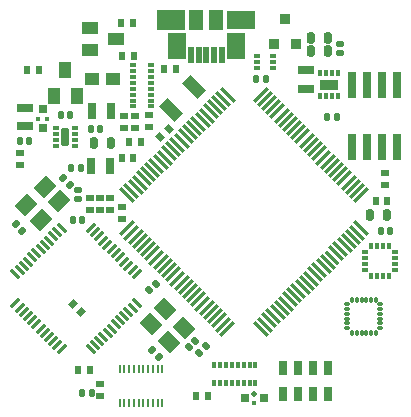
<source format=gtp>
G04 Layer_Color=8421504*
%FSLAX42Y42*%
%MOMM*%
G71*
G01*
G75*
%ADD69R,0.46X0.46*%
%ADD114R,0.56X0.66*%
%ADD115R,0.66X0.56*%
G04:AMPARAMS|DCode=116|XSize=0.56mm|YSize=0.66mm|CornerRadius=0mm|HoleSize=0mm|Usage=FLASHONLY|Rotation=225.000|XOffset=0mm|YOffset=0mm|HoleType=Round|Shape=Rectangle|*
%AMROTATEDRECTD116*
4,1,4,-0.04,0.43,0.43,-0.04,0.04,-0.43,-0.43,0.04,-0.04,0.43,0.0*
%
%ADD116ROTATEDRECTD116*%

%ADD117R,0.25X0.76*%
%ADD118R,0.36X0.56*%
%ADD119R,1.65X0.97*%
%ADD120R,0.66X0.66*%
G04:AMPARAMS|DCode=121|XSize=0.46mm|YSize=0.46mm|CornerRadius=0.13mm|HoleSize=0mm|Usage=FLASHONLY|Rotation=0.000|XOffset=0mm|YOffset=0mm|HoleType=Round|Shape=RoundedRectangle|*
%AMROUNDEDRECTD121*
21,1,0.46,0.20,0,0,0.0*
21,1,0.20,0.46,0,0,0.0*
1,1,0.25,0.10,-0.10*
1,1,0.25,-0.10,-0.10*
1,1,0.25,-0.10,0.10*
1,1,0.25,0.10,0.10*
%
%ADD121ROUNDEDRECTD121*%
%ADD122R,0.46X0.46*%
%ADD123R,0.66X0.66*%
G04:AMPARAMS|DCode=124|XSize=1.07mm|YSize=1.85mm|CornerRadius=0mm|HoleSize=0mm|Usage=FLASHONLY|Rotation=45.000|XOffset=0mm|YOffset=0mm|HoleType=Round|Shape=Rectangle|*
%AMROTATEDRECTD124*
4,1,4,0.28,-1.03,-1.03,0.28,-0.28,1.03,1.03,-0.28,0.28,-1.03,0.0*
%
%ADD124ROTATEDRECTD124*%

%ADD125R,0.86X0.97*%
G04:AMPARAMS|DCode=126|XSize=0.66mm|YSize=0.97mm|CornerRadius=0.18mm|HoleSize=0mm|Usage=FLASHONLY|Rotation=180.000|XOffset=0mm|YOffset=0mm|HoleType=Round|Shape=RoundedRectangle|*
%AMROUNDEDRECTD126*
21,1,0.66,0.61,0,0,180.0*
21,1,0.30,0.97,0,0,180.0*
1,1,0.36,-0.15,0.30*
1,1,0.36,0.15,0.30*
1,1,0.36,0.15,-0.30*
1,1,0.36,-0.15,-0.30*
%
%ADD126ROUNDEDRECTD126*%
G04:AMPARAMS|DCode=127|XSize=0.76mm|YSize=1.37mm|CornerRadius=0.2mm|HoleSize=0mm|Usage=FLASHONLY|Rotation=90.000|XOffset=0mm|YOffset=0mm|HoleType=Round|Shape=RoundedRectangle|*
%AMROUNDEDRECTD127*
21,1,0.76,0.97,0,0,90.0*
21,1,0.36,1.37,0,0,90.0*
1,1,0.41,0.48,0.18*
1,1,0.41,0.48,-0.18*
1,1,0.41,-0.48,-0.18*
1,1,0.41,-0.48,0.18*
%
%ADD127ROUNDEDRECTD127*%
G04:AMPARAMS|DCode=128|XSize=0.56mm|YSize=0.66mm|CornerRadius=0.15mm|HoleSize=0mm|Usage=FLASHONLY|Rotation=90.000|XOffset=0mm|YOffset=0mm|HoleType=Round|Shape=RoundedRectangle|*
%AMROUNDEDRECTD128*
21,1,0.56,0.36,0,0,90.0*
21,1,0.25,0.66,0,0,90.0*
1,1,0.30,0.18,0.13*
1,1,0.30,0.18,-0.13*
1,1,0.30,-0.18,-0.13*
1,1,0.30,-0.18,0.13*
%
%ADD128ROUNDEDRECTD128*%
G04:AMPARAMS|DCode=129|XSize=0.56mm|YSize=0.66mm|CornerRadius=0.15mm|HoleSize=0mm|Usage=FLASHONLY|Rotation=0.000|XOffset=0mm|YOffset=0mm|HoleType=Round|Shape=RoundedRectangle|*
%AMROUNDEDRECTD129*
21,1,0.56,0.36,0,0,0.0*
21,1,0.25,0.66,0,0,0.0*
1,1,0.30,0.13,-0.18*
1,1,0.30,-0.13,-0.18*
1,1,0.30,-0.13,0.18*
1,1,0.30,0.13,0.18*
%
%ADD129ROUNDEDRECTD129*%
%ADD130R,0.51X0.36*%
%ADD131R,0.36X0.51*%
%ADD132R,0.43X0.56*%
%ADD133R,0.30X0.56*%
%ADD134R,1.47X1.07*%
%ADD135R,0.56X0.43*%
%ADD136R,0.56X0.30*%
%ADD137R,1.07X1.47*%
%ADD138R,1.17X1.07*%
G04:AMPARAMS|DCode=139|XSize=0.76mm|YSize=1.37mm|CornerRadius=0.2mm|HoleSize=0mm|Usage=FLASHONLY|Rotation=0.000|XOffset=0mm|YOffset=0mm|HoleType=Round|Shape=RoundedRectangle|*
%AMROUNDEDRECTD139*
21,1,0.76,0.97,0,0,0.0*
21,1,0.36,1.37,0,0,0.0*
1,1,0.41,0.18,-0.48*
1,1,0.41,-0.18,-0.48*
1,1,0.41,-0.18,0.48*
1,1,0.41,0.18,0.48*
%
%ADD139ROUNDEDRECTD139*%
%ADD140R,0.56X0.36*%
G04:AMPARAMS|DCode=141|XSize=0.56mm|YSize=0.36mm|CornerRadius=0.09mm|HoleSize=0mm|Usage=FLASHONLY|Rotation=0.000|XOffset=0mm|YOffset=0mm|HoleType=Round|Shape=RoundedRectangle|*
%AMROUNDEDRECTD141*
21,1,0.56,0.18,0,0,0.0*
21,1,0.39,0.36,0,0,0.0*
1,1,0.17,0.19,-0.09*
1,1,0.17,-0.19,-0.09*
1,1,0.17,-0.19,0.09*
1,1,0.17,0.19,0.09*
%
%ADD141ROUNDEDRECTD141*%
G04:AMPARAMS|DCode=142|XSize=0.76mm|YSize=1.47mm|CornerRadius=0.17mm|HoleSize=0mm|Usage=FLASHONLY|Rotation=0.000|XOffset=0mm|YOffset=0mm|HoleType=Round|Shape=RoundedRectangle|*
%AMROUNDEDRECTD142*
21,1,0.76,1.14,0,0,0.0*
21,1,0.43,1.47,0,0,0.0*
1,1,0.34,0.21,-0.57*
1,1,0.34,-0.21,-0.57*
1,1,0.34,-0.21,0.57*
1,1,0.34,0.21,0.57*
%
%ADD142ROUNDEDRECTD142*%
%ADD143R,0.51X0.36*%
%ADD144R,0.66X2.26*%
G04:AMPARAMS|DCode=145|XSize=0.36mm|YSize=1.57mm|CornerRadius=0mm|HoleSize=0mm|Usage=FLASHONLY|Rotation=45.000|XOffset=0mm|YOffset=0mm|HoleType=Round|Shape=Rectangle|*
%AMROTATEDRECTD145*
4,1,4,0.43,-0.68,-0.68,0.43,-0.43,0.68,0.68,-0.43,0.43,-0.68,0.0*
%
%ADD145ROTATEDRECTD145*%

G04:AMPARAMS|DCode=146|XSize=1.57mm|YSize=0.36mm|CornerRadius=0mm|HoleSize=0mm|Usage=FLASHONLY|Rotation=45.000|XOffset=0mm|YOffset=0mm|HoleType=Round|Shape=Rectangle|*
%AMROTATEDRECTD146*
4,1,4,-0.43,-0.68,-0.68,-0.43,0.43,0.68,0.68,0.43,-0.43,-0.68,0.0*
%
%ADD146ROTATEDRECTD146*%

G04:AMPARAMS|DCode=147|XSize=0.36mm|YSize=1.55mm|CornerRadius=0mm|HoleSize=0mm|Usage=FLASHONLY|Rotation=45.000|XOffset=0mm|YOffset=0mm|HoleType=Round|Shape=Rectangle|*
%AMROTATEDRECTD147*
4,1,4,0.42,-0.67,-0.67,0.42,-0.42,0.67,0.67,-0.42,0.42,-0.67,0.0*
%
%ADD147ROTATEDRECTD147*%

%ADD148R,0.51X1.35*%
%ADD149R,1.55X2.16*%
%ADD150R,2.44X1.65*%
%ADD151R,2.44X1.66*%
%ADD152R,1.24X1.66*%
G04:AMPARAMS|DCode=153|XSize=0.56mm|YSize=0.66mm|CornerRadius=0.15mm|HoleSize=0mm|Usage=FLASHONLY|Rotation=315.000|XOffset=0mm|YOffset=0mm|HoleType=Round|Shape=RoundedRectangle|*
%AMROUNDEDRECTD153*
21,1,0.56,0.36,0,0,315.0*
21,1,0.25,0.66,0,0,315.0*
1,1,0.30,-0.04,-0.22*
1,1,0.30,-0.22,-0.04*
1,1,0.30,0.04,0.22*
1,1,0.30,0.22,0.04*
%
%ADD153ROUNDEDRECTD153*%
G04:AMPARAMS|DCode=154|XSize=1.47mm|YSize=1.27mm|CornerRadius=0mm|HoleSize=0mm|Usage=FLASHONLY|Rotation=45.000|XOffset=0mm|YOffset=0mm|HoleType=Round|Shape=Rectangle|*
%AMROTATEDRECTD154*
4,1,4,-0.07,-0.97,-0.97,-0.07,0.07,0.97,0.97,0.07,-0.07,-0.97,0.0*
%
%ADD154ROTATEDRECTD154*%

G04:AMPARAMS|DCode=155|XSize=1.07mm|YSize=0.3mm|CornerRadius=0mm|HoleSize=0mm|Usage=FLASHONLY|Rotation=225.000|XOffset=0mm|YOffset=0mm|HoleType=Round|Shape=Rectangle|*
%AMROTATEDRECTD155*
4,1,4,0.27,0.48,0.48,0.27,-0.27,-0.48,-0.48,-0.27,0.27,0.48,0.0*
%
%ADD155ROTATEDRECTD155*%

G04:AMPARAMS|DCode=156|XSize=0.3mm|YSize=1.07mm|CornerRadius=0mm|HoleSize=0mm|Usage=FLASHONLY|Rotation=225.000|XOffset=0mm|YOffset=0mm|HoleType=Round|Shape=Rectangle|*
%AMROTATEDRECTD156*
4,1,4,-0.27,0.48,0.48,-0.27,0.27,-0.48,-0.48,0.27,-0.27,0.48,0.0*
%
%ADD156ROTATEDRECTD156*%

G04:AMPARAMS|DCode=157|XSize=0.56mm|YSize=0.66mm|CornerRadius=0.15mm|HoleSize=0mm|Usage=FLASHONLY|Rotation=225.000|XOffset=0mm|YOffset=0mm|HoleType=Round|Shape=RoundedRectangle|*
%AMROUNDEDRECTD157*
21,1,0.56,0.36,0,0,225.0*
21,1,0.25,0.66,0,0,225.0*
1,1,0.30,-0.22,0.04*
1,1,0.30,-0.04,0.22*
1,1,0.30,0.22,-0.04*
1,1,0.30,0.04,-0.22*
%
%ADD157ROUNDEDRECTD157*%
%ADD158R,0.66X1.17*%
G04:AMPARAMS|DCode=159|XSize=1.47mm|YSize=1.27mm|CornerRadius=0mm|HoleSize=0mm|Usage=FLASHONLY|Rotation=135.000|XOffset=0mm|YOffset=0mm|HoleType=Round|Shape=Rectangle|*
%AMROTATEDRECTD159*
4,1,4,0.97,-0.07,0.07,-0.97,-0.97,0.07,-0.07,0.97,0.97,-0.07,0.0*
%
%ADD159ROTATEDRECTD159*%

G04:AMPARAMS|DCode=160|XSize=0.56mm|YSize=0.66mm|CornerRadius=0mm|HoleSize=0mm|Usage=FLASHONLY|Rotation=315.000|XOffset=0mm|YOffset=0mm|HoleType=Round|Shape=Rectangle|*
%AMROTATEDRECTD160*
4,1,4,-0.43,-0.04,0.04,0.43,0.43,0.04,-0.04,-0.43,-0.43,-0.04,0.0*
%
%ADD160ROTATEDRECTD160*%

G04:AMPARAMS|DCode=161|XSize=0.51mm|YSize=0.28mm|CornerRadius=0.11mm|HoleSize=0mm|Usage=FLASHONLY|Rotation=270.000|XOffset=0mm|YOffset=0mm|HoleType=Round|Shape=RoundedRectangle|*
%AMROUNDEDRECTD161*
21,1,0.51,0.07,0,0,270.0*
21,1,0.30,0.28,0,0,270.0*
1,1,0.21,-0.03,-0.15*
1,1,0.21,-0.03,0.15*
1,1,0.21,0.03,0.15*
1,1,0.21,0.03,-0.15*
%
%ADD161ROUNDEDRECTD161*%
G04:AMPARAMS|DCode=162|XSize=0.51mm|YSize=0.28mm|CornerRadius=0.08mm|HoleSize=0mm|Usage=FLASHONLY|Rotation=270.000|XOffset=0mm|YOffset=0mm|HoleType=Round|Shape=RoundedRectangle|*
%AMROUNDEDRECTD162*
21,1,0.51,0.11,0,0,270.0*
21,1,0.34,0.28,0,0,270.0*
1,1,0.17,-0.06,-0.17*
1,1,0.17,-0.06,0.17*
1,1,0.17,0.06,0.17*
1,1,0.17,0.06,-0.17*
%
%ADD162ROUNDEDRECTD162*%
G04:AMPARAMS|DCode=163|XSize=0.51mm|YSize=0.28mm|CornerRadius=0.13mm|HoleSize=0mm|Usage=FLASHONLY|Rotation=270.000|XOffset=0mm|YOffset=0mm|HoleType=Round|Shape=RoundedRectangle|*
%AMROUNDEDRECTD163*
21,1,0.51,0.02,0,0,270.0*
21,1,0.25,0.28,0,0,270.0*
1,1,0.26,-0.01,-0.13*
1,1,0.26,-0.01,0.13*
1,1,0.26,0.01,0.13*
1,1,0.26,0.01,-0.13*
%
%ADD163ROUNDEDRECTD163*%
G04:AMPARAMS|DCode=164|XSize=0.51mm|YSize=0.28mm|CornerRadius=0.13mm|HoleSize=0mm|Usage=FLASHONLY|Rotation=0.000|XOffset=0mm|YOffset=0mm|HoleType=Round|Shape=RoundedRectangle|*
%AMROUNDEDRECTD164*
21,1,0.51,0.02,0,0,0.0*
21,1,0.25,0.28,0,0,0.0*
1,1,0.26,0.13,-0.01*
1,1,0.26,-0.13,-0.01*
1,1,0.26,-0.13,0.01*
1,1,0.26,0.13,0.01*
%
%ADD164ROUNDEDRECTD164*%
G04:AMPARAMS|DCode=165|XSize=0.51mm|YSize=0.28mm|CornerRadius=0.08mm|HoleSize=0mm|Usage=FLASHONLY|Rotation=0.000|XOffset=0mm|YOffset=0mm|HoleType=Round|Shape=RoundedRectangle|*
%AMROUNDEDRECTD165*
21,1,0.51,0.11,0,0,0.0*
21,1,0.34,0.28,0,0,0.0*
1,1,0.17,0.17,-0.06*
1,1,0.17,-0.17,-0.06*
1,1,0.17,-0.17,0.06*
1,1,0.17,0.17,0.06*
%
%ADD165ROUNDEDRECTD165*%
G04:AMPARAMS|DCode=166|XSize=0.51mm|YSize=0.28mm|CornerRadius=0.11mm|HoleSize=0mm|Usage=FLASHONLY|Rotation=0.000|XOffset=0mm|YOffset=0mm|HoleType=Round|Shape=RoundedRectangle|*
%AMROUNDEDRECTD166*
21,1,0.51,0.07,0,0,0.0*
21,1,0.30,0.28,0,0,0.0*
1,1,0.21,0.15,-0.03*
1,1,0.21,-0.15,-0.03*
1,1,0.21,-0.15,0.03*
1,1,0.21,0.15,0.03*
%
%ADD166ROUNDEDRECTD166*%
D69*
X4696Y2873D02*
D03*
D114*
X3304Y3155D02*
D03*
X3203Y3155D02*
D03*
X4030Y5702D02*
D03*
X3929D02*
D03*
X5823Y4582D02*
D03*
X5723D02*
D03*
X3675Y5814D02*
D03*
X3575D02*
D03*
X3665Y6088D02*
D03*
X3564D02*
D03*
X3673Y4953D02*
D03*
X3572D02*
D03*
X3736Y5083D02*
D03*
X3636D02*
D03*
X2771Y5692D02*
D03*
X2872D02*
D03*
X4205Y2933D02*
D03*
X4306D02*
D03*
D115*
X3802Y5208D02*
D03*
Y5309D02*
D03*
X3386Y4507D02*
D03*
Y4608D02*
D03*
X3472Y4507D02*
D03*
Y4608D02*
D03*
X5806Y4818D02*
D03*
Y4718D02*
D03*
X3594Y5306D02*
D03*
Y5205D02*
D03*
X3686Y5306D02*
D03*
Y5205D02*
D03*
X2710Y4890D02*
D03*
Y4990D02*
D03*
X3393Y3033D02*
D03*
Y2932D02*
D03*
X3579Y4534D02*
D03*
Y4433D02*
D03*
X3302Y4608D02*
D03*
Y4507D02*
D03*
D116*
X3970Y5197D02*
D03*
X3899Y5125D02*
D03*
D117*
X3556Y3160D02*
D03*
Y2878D02*
D03*
X3596Y3160D02*
D03*
Y2878D02*
D03*
X3636Y3160D02*
D03*
Y2878D02*
D03*
X3676Y3160D02*
D03*
Y2878D02*
D03*
X3716Y3160D02*
D03*
Y2878D02*
D03*
X3757Y3160D02*
D03*
Y2878D02*
D03*
X3797Y3160D02*
D03*
Y2878D02*
D03*
X3838Y3160D02*
D03*
X3879D02*
D03*
X3917D02*
D03*
X3838Y2878D02*
D03*
X3879D02*
D03*
X3917D02*
D03*
D118*
X5406Y5474D02*
D03*
X5356D02*
D03*
X5306D02*
D03*
X5255D02*
D03*
Y5665D02*
D03*
X5306D02*
D03*
X5356D02*
D03*
X5406D02*
D03*
D119*
X5331Y5570D02*
D03*
D120*
X4616Y2913D02*
D03*
X4778D02*
D03*
D121*
X4696Y2954D02*
D03*
D122*
X2944Y5283D02*
D03*
X2863D02*
D03*
D123*
X2903Y5202D02*
D03*
Y5363D02*
D03*
D124*
X3988Y5354D02*
D03*
X4187Y5554D02*
D03*
D125*
X4861Y5917D02*
D03*
X5052D02*
D03*
X4956Y6129D02*
D03*
D126*
X5320Y5855D02*
D03*
X5180D02*
D03*
X5320Y5966D02*
D03*
X5180D02*
D03*
X3341Y5072D02*
D03*
X3481D02*
D03*
X5678Y4463D02*
D03*
X5818D02*
D03*
D127*
X5136Y5696D02*
D03*
X5136Y5536D02*
D03*
X2751Y5376D02*
D03*
Y5216D02*
D03*
D128*
X5423Y5835D02*
D03*
Y5915D02*
D03*
X3203Y4598D02*
D03*
Y4678D02*
D03*
D129*
X5849Y4331D02*
D03*
X5769D02*
D03*
X3136Y5314D02*
D03*
X3056D02*
D03*
X3310Y5194D02*
D03*
X3390D02*
D03*
X2791Y5093D02*
D03*
X2711D02*
D03*
X3319Y2959D02*
D03*
X3239D02*
D03*
X3228Y4864D02*
D03*
X3148D02*
D03*
X4712Y5621D02*
D03*
X4792D02*
D03*
X3238Y4427D02*
D03*
X3158D02*
D03*
X5394Y5298D02*
D03*
X5314D02*
D03*
D130*
X5888Y4002D02*
D03*
Y4052D02*
D03*
Y4153D02*
D03*
X5631Y4002D02*
D03*
Y4153D02*
D03*
Y4052D02*
D03*
Y4102D02*
D03*
X5888D02*
D03*
D131*
X5683Y3949D02*
D03*
X5834D02*
D03*
X5784D02*
D03*
X5683Y4206D02*
D03*
X5834D02*
D03*
X5784D02*
D03*
X5733Y3949D02*
D03*
Y4206D02*
D03*
D132*
X4354Y3198D02*
D03*
X4704D02*
D03*
Y3047D02*
D03*
X4354D02*
D03*
D133*
X4404Y3198D02*
D03*
X4454D02*
D03*
X4504D02*
D03*
X4554D02*
D03*
X4605D02*
D03*
X4656D02*
D03*
Y3047D02*
D03*
X4605D02*
D03*
X4554D02*
D03*
X4504D02*
D03*
X4454D02*
D03*
X4404D02*
D03*
D134*
X3523Y5956D02*
D03*
X3301Y5860D02*
D03*
Y6051D02*
D03*
D135*
X3670Y5385D02*
D03*
Y5735D02*
D03*
X3822D02*
D03*
Y5385D02*
D03*
D136*
X3670Y5435D02*
D03*
Y5485D02*
D03*
Y5535D02*
D03*
Y5585D02*
D03*
Y5636D02*
D03*
Y5687D02*
D03*
X3822D02*
D03*
Y5636D02*
D03*
Y5585D02*
D03*
Y5535D02*
D03*
Y5485D02*
D03*
Y5435D02*
D03*
D137*
X3001Y5470D02*
D03*
X3193D02*
D03*
X3096Y5692D02*
D03*
D138*
X3496Y5621D02*
D03*
X3325D02*
D03*
D139*
X3471Y4877D02*
D03*
X3311D02*
D03*
X3481Y5344D02*
D03*
X3321D02*
D03*
D140*
X3016Y5199D02*
D03*
D141*
Y5149D02*
D03*
Y5098D02*
D03*
Y5048D02*
D03*
X3178D02*
D03*
Y5098D02*
D03*
Y5149D02*
D03*
Y5199D02*
D03*
D142*
X3096Y5123D02*
D03*
D143*
X4715Y5712D02*
D03*
Y5813D02*
D03*
Y5763D02*
D03*
X4851Y5712D02*
D03*
Y5763D02*
D03*
Y5813D02*
D03*
D144*
X5908Y5568D02*
D03*
X5781D02*
D03*
X5654D02*
D03*
X5527D02*
D03*
Y5044D02*
D03*
X5654D02*
D03*
X5781D02*
D03*
X5908D02*
D03*
D145*
X3620Y4635D02*
D03*
X3655Y4670D02*
D03*
X3691Y4705D02*
D03*
X3726Y4741D02*
D03*
X3762Y4776D02*
D03*
X3797Y4812D02*
D03*
X3832Y4847D02*
D03*
X3868Y4882D02*
D03*
X3903Y4918D02*
D03*
X3938Y4953D02*
D03*
X3974Y4988D02*
D03*
X4009Y5024D02*
D03*
X4044Y5059D02*
D03*
X4080Y5095D02*
D03*
X4116Y5131D02*
D03*
X4152Y5167D02*
D03*
X4186Y5201D02*
D03*
X4222Y5237D02*
D03*
X4258Y5273D02*
D03*
X4292Y5307D02*
D03*
X4328Y5343D02*
D03*
X4364Y5379D02*
D03*
X4398Y5413D02*
D03*
X4434Y5449D02*
D03*
X4470Y5485D02*
D03*
X5601Y4353D02*
D03*
X5566Y4317D02*
D03*
X5530Y4281D02*
D03*
X5495Y4247D02*
D03*
X5460Y4211D02*
D03*
X5424Y4175D02*
D03*
X5390Y4141D02*
D03*
X5318Y4069D02*
D03*
X5284Y4035D02*
D03*
X5248Y3999D02*
D03*
X5212Y3963D02*
D03*
X5176Y3928D02*
D03*
X5140Y3892D02*
D03*
X5105Y3857D02*
D03*
X5070Y3822D02*
D03*
X5034Y3786D02*
D03*
X4999Y3751D02*
D03*
X4964Y3715D02*
D03*
X4928Y3680D02*
D03*
X4893Y3645D02*
D03*
X4858Y3609D02*
D03*
X4822Y3574D02*
D03*
X4787Y3539D02*
D03*
X4752Y3503D02*
D03*
D146*
X4750Y5485D02*
D03*
X4786Y5449D02*
D03*
X4822Y5413D02*
D03*
X4856Y5379D02*
D03*
X4892Y5343D02*
D03*
X4928Y5307D02*
D03*
X4962Y5273D02*
D03*
X4998Y5237D02*
D03*
X5034Y5201D02*
D03*
X5068Y5167D02*
D03*
X5104Y5131D02*
D03*
X5140Y5095D02*
D03*
X5176Y5059D02*
D03*
X5211Y5024D02*
D03*
X5247Y4988D02*
D03*
X5282Y4953D02*
D03*
X5317Y4918D02*
D03*
X5353Y4882D02*
D03*
X5388Y4847D02*
D03*
X5423Y4812D02*
D03*
X5459Y4776D02*
D03*
X5494Y4741D02*
D03*
X5529Y4705D02*
D03*
X5565Y4670D02*
D03*
X5600Y4635D02*
D03*
X4469Y3503D02*
D03*
X4433Y3539D02*
D03*
X4398Y3574D02*
D03*
X4363Y3609D02*
D03*
X4327Y3645D02*
D03*
X4292Y3680D02*
D03*
X4257Y3715D02*
D03*
X4221Y3751D02*
D03*
X4186Y3786D02*
D03*
X4150Y3822D02*
D03*
X4115Y3857D02*
D03*
X4080Y3892D02*
D03*
X4044Y3928D02*
D03*
X4008Y3963D02*
D03*
X3973Y3999D02*
D03*
X3937Y4035D02*
D03*
X3903Y4069D02*
D03*
X3867Y4105D02*
D03*
X3831Y4141D02*
D03*
X3797Y4175D02*
D03*
X3761Y4211D02*
D03*
X3725Y4247D02*
D03*
X3691Y4281D02*
D03*
X3655Y4317D02*
D03*
X3619Y4353D02*
D03*
D147*
X5354Y4105D02*
D03*
D148*
X4290Y5824D02*
D03*
X4356D02*
D03*
X4225D02*
D03*
X4160D02*
D03*
X4422D02*
D03*
D149*
X4542Y5895D02*
D03*
X4040D02*
D03*
D150*
X4587Y6117D02*
D03*
D151*
X3995D02*
D03*
D152*
X4206D02*
D03*
X4374D02*
D03*
D153*
X2677Y4387D02*
D03*
X2733Y4330D02*
D03*
X3078Y4776D02*
D03*
X3135Y4719D02*
D03*
X3830Y3323D02*
D03*
X3887Y3266D02*
D03*
D154*
X2764Y4548D02*
D03*
X2921Y4704D02*
D03*
X2886Y4426D02*
D03*
X3042Y4583D02*
D03*
D155*
X3311Y4356D02*
D03*
X3347Y4320D02*
D03*
X3382Y4285D02*
D03*
X3418Y4250D02*
D03*
X3453Y4214D02*
D03*
X3488Y4179D02*
D03*
X3524Y4143D02*
D03*
X3560Y4107D02*
D03*
X3596Y4071D02*
D03*
X3630Y4037D02*
D03*
X3666Y4001D02*
D03*
X3702Y3965D02*
D03*
X3064Y3328D02*
D03*
X3028Y3363D02*
D03*
X2992Y3399D02*
D03*
X2958Y3434D02*
D03*
X2922Y3469D02*
D03*
X2886Y3505D02*
D03*
X2850Y3541D02*
D03*
X2815Y3576D02*
D03*
X2780Y3612D02*
D03*
X2744Y3647D02*
D03*
X2709Y3682D02*
D03*
X2674Y3718D02*
D03*
D156*
X3702D02*
D03*
X3666Y3682D02*
D03*
X3631Y3647D02*
D03*
X3596Y3612D02*
D03*
X3560Y3576D02*
D03*
X3525Y3541D02*
D03*
X3489Y3505D02*
D03*
X3454Y3469D02*
D03*
X3418Y3434D02*
D03*
X3383Y3399D02*
D03*
X3348Y3363D02*
D03*
X3312Y3328D02*
D03*
X2674Y3965D02*
D03*
X2710Y4001D02*
D03*
X2746Y4037D02*
D03*
X2780Y4071D02*
D03*
X2816Y4107D02*
D03*
X2852Y4143D02*
D03*
X2887Y4179D02*
D03*
X2923Y4214D02*
D03*
X2958Y4250D02*
D03*
X2993Y4285D02*
D03*
X3029Y4320D02*
D03*
X3064Y4356D02*
D03*
D157*
X3861Y3884D02*
D03*
X3805Y3827D02*
D03*
X4283Y3353D02*
D03*
X4226Y3297D02*
D03*
X4140Y3345D02*
D03*
X4196Y3401D02*
D03*
D158*
X4940Y3172D02*
D03*
X5065D02*
D03*
X5191D02*
D03*
X5316D02*
D03*
Y2951D02*
D03*
X5191D02*
D03*
X5065D02*
D03*
X4940D02*
D03*
D159*
X3977Y3389D02*
D03*
X3820Y3546D02*
D03*
X4098Y3510D02*
D03*
X3941Y3667D02*
D03*
D160*
X3229Y3645D02*
D03*
X3157Y3716D02*
D03*
D161*
X5524Y3749D02*
D03*
X5725Y3469D02*
D03*
X5524D02*
D03*
D162*
X5564Y3749D02*
D03*
X5604D02*
D03*
X5644D02*
D03*
X5685D02*
D03*
Y3469D02*
D03*
X5644D02*
D03*
X5604D02*
D03*
X5564D02*
D03*
D163*
X5725Y3749D02*
D03*
D164*
X5764Y3711D02*
D03*
D165*
Y3670D02*
D03*
Y3630D02*
D03*
Y3589D02*
D03*
Y3549D02*
D03*
X5484D02*
D03*
Y3589D02*
D03*
Y3630D02*
D03*
Y3670D02*
D03*
D166*
X5764Y3509D02*
D03*
X5484D02*
D03*
Y3711D02*
D03*
M02*

</source>
